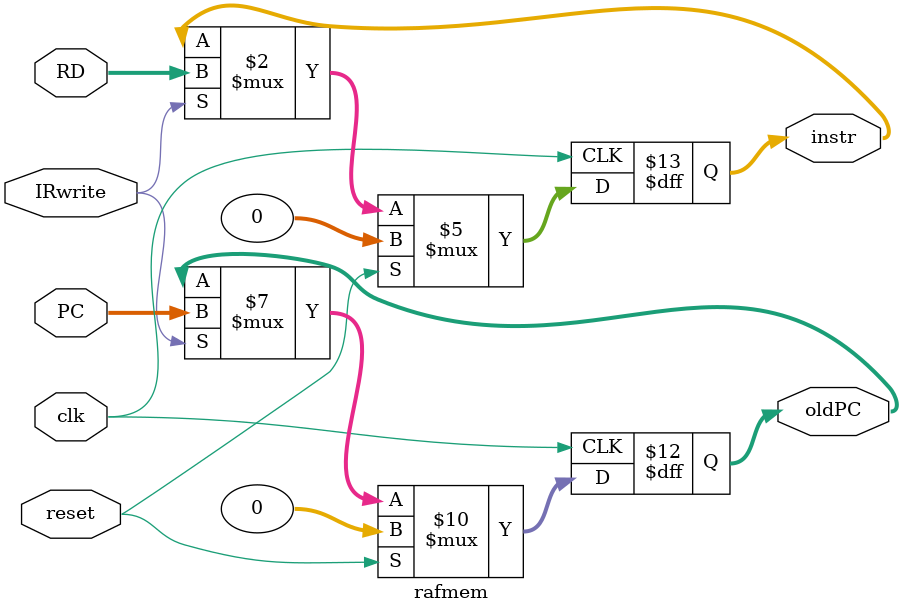
<source format=v>
`timescale 1ns / 1ps


module rafmem(
input reset,
input clk,
input [31:0] PC,
input IRwrite,
input [31:0] RD,
output reg  [31:0] oldPC,
output reg [31:0] instr
    );
    always @(posedge clk) begin
      if (reset) begin
        instr <= 32'd0;
        oldPC <= 32'd0;
    end 
    else if(IRwrite) begin 
    oldPC<=PC;
    instr<=RD;
    end 
    end 
endmodule

</source>
